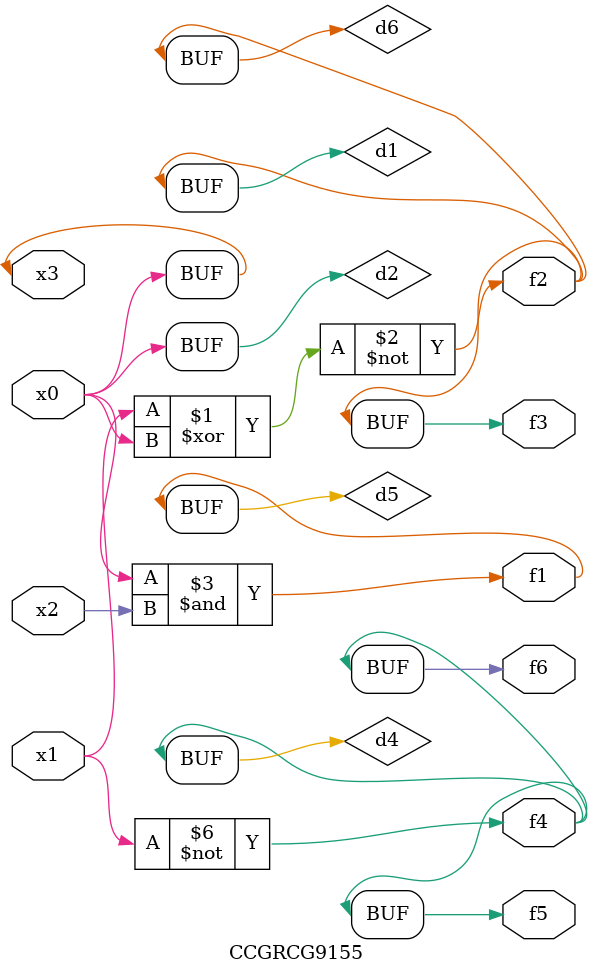
<source format=v>
module CCGRCG9155(
	input x0, x1, x2, x3,
	output f1, f2, f3, f4, f5, f6
);

	wire d1, d2, d3, d4, d5, d6;

	xnor (d1, x1, x3);
	buf (d2, x0, x3);
	nand (d3, x0, x2);
	not (d4, x1);
	nand (d5, d3);
	or (d6, d1);
	assign f1 = d5;
	assign f2 = d6;
	assign f3 = d6;
	assign f4 = d4;
	assign f5 = d4;
	assign f6 = d4;
endmodule

</source>
